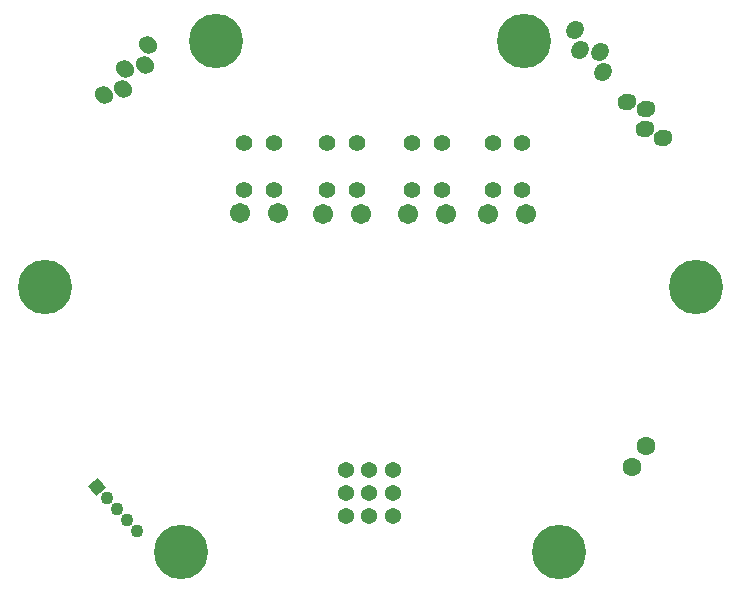
<source format=gbs>
G04*
G04 #@! TF.GenerationSoftware,Altium Limited,Altium Designer,22.7.1 (60)*
G04*
G04 Layer_Color=16711935*
%FSLAX44Y44*%
%MOMM*%
G71*
G04*
G04 #@! TF.SameCoordinates,0748B4F3-056A-4A95-B141-1F546F3D5DB7*
G04*
G04*
G04 #@! TF.FilePolarity,Negative*
G04*
G01*
G75*
%ADD64C,1.7032*%
%ADD65C,1.4032*%
G04:AMPARAMS|DCode=66|XSize=1.4mm|YSize=1.6mm|CornerRadius=0mm|HoleSize=0mm|Usage=FLASHONLY|Rotation=108.000|XOffset=0mm|YOffset=0mm|HoleType=Round|Shape=Round|*
%AMOVALD66*
21,1,0.2000,1.4000,0.0000,0.0000,198.0*
1,1,1.4000,0.0951,0.0309*
1,1,1.4000,-0.0951,-0.0309*
%
%ADD66OVALD66*%

%ADD67C,1.6000*%
%ADD68P,1.5556X4X357.0*%
%ADD69C,1.1000*%
%ADD70C,4.6000*%
G04:AMPARAMS|DCode=71|XSize=1.4mm|YSize=1.6mm|CornerRadius=0mm|HoleSize=0mm|Usage=FLASHONLY|Rotation=150.000|XOffset=0mm|YOffset=0mm|HoleType=Round|Shape=Round|*
%AMOVALD71*
21,1,0.2000,1.4000,0.0000,0.0000,240.0*
1,1,1.4000,0.0500,0.0866*
1,1,1.4000,-0.0500,-0.0866*
%
%ADD71OVALD71*%

G04:AMPARAMS|DCode=72|XSize=1.4mm|YSize=1.6mm|CornerRadius=0mm|HoleSize=0mm|Usage=FLASHONLY|Rotation=225.000|XOffset=0mm|YOffset=0mm|HoleType=Round|Shape=Round|*
%AMOVALD72*
21,1,0.2000,1.4000,0.0000,0.0000,315.0*
1,1,1.4000,-0.0707,0.0707*
1,1,1.4000,0.0707,-0.0707*
%
%ADD72OVALD72*%

%ADD73C,1.3700*%
D64*
X430000Y360000D02*
D03*
X398000D02*
D03*
X362000D02*
D03*
X330000D02*
D03*
X290000D02*
D03*
X258000D02*
D03*
X220000Y360309D02*
D03*
X188000D02*
D03*
D65*
X426500Y419691D02*
D03*
Y379691D02*
D03*
X401500Y419691D02*
D03*
Y379691D02*
D03*
X358500Y419691D02*
D03*
Y379691D02*
D03*
X333500Y419691D02*
D03*
Y379691D02*
D03*
X286500Y419691D02*
D03*
Y379691D02*
D03*
X261500Y419691D02*
D03*
Y379691D02*
D03*
X216500Y420000D02*
D03*
Y380000D02*
D03*
X191500Y420000D02*
D03*
Y380000D02*
D03*
D66*
X515303Y454731D02*
D03*
X545636Y424165D02*
D03*
X531440Y448826D02*
D03*
X530187Y431688D02*
D03*
D67*
X519953Y145220D02*
D03*
X531173Y162970D02*
D03*
D68*
X66217Y128636D02*
D03*
D69*
X74715Y119198D02*
D03*
X83213Y109760D02*
D03*
X91711Y100323D02*
D03*
X100209Y90885D02*
D03*
D70*
X167421Y506277D02*
D03*
X22426Y297986D02*
D03*
X137921Y73715D02*
D03*
X457921D02*
D03*
X428421Y506277D02*
D03*
X573416Y297986D02*
D03*
D71*
X475444Y498758D02*
D03*
X471169Y515401D02*
D03*
X492486Y496552D02*
D03*
X495038Y479559D02*
D03*
D72*
X90048Y482574D02*
D03*
X110006Y502856D02*
D03*
X106895Y485957D02*
D03*
X88681Y465445D02*
D03*
X72268Y460358D02*
D03*
D73*
X297213Y123510D02*
D03*
X277463D02*
D03*
Y103760D02*
D03*
X297213D02*
D03*
X316963D02*
D03*
Y123510D02*
D03*
Y143260D02*
D03*
X297213D02*
D03*
X277463D02*
D03*
M02*

</source>
